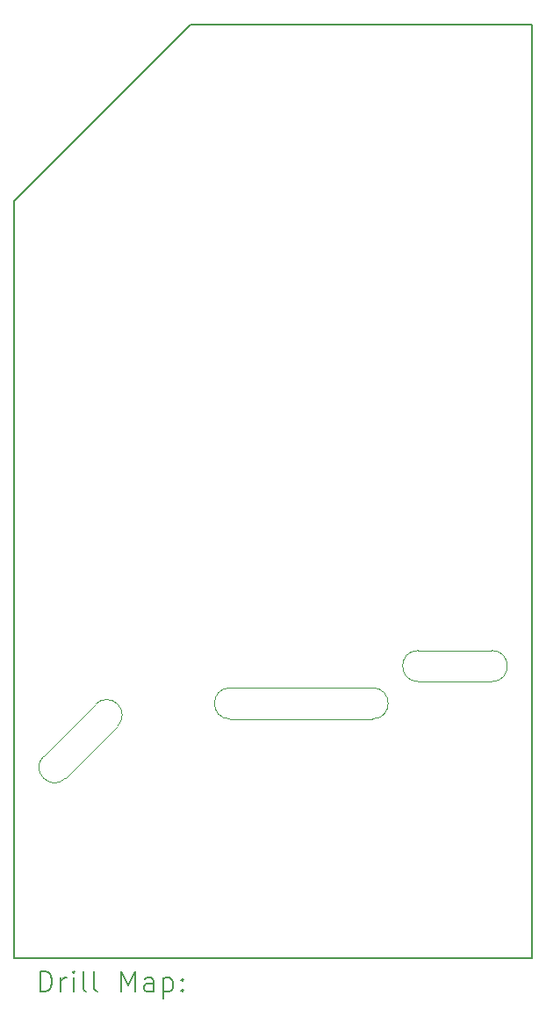
<source format=gbr>
%TF.GenerationSoftware,KiCad,Pcbnew,7.0.11-7.0.11~ubuntu22.04.1*%
%TF.CreationDate,2024-03-11T04:50:14+03:00*%
%TF.ProjectId,MSConn,4d53436f-6e6e-42e6-9b69-6361645f7063,rev?*%
%TF.SameCoordinates,PX5f5e100PY5f5e100*%
%TF.FileFunction,Drillmap*%
%TF.FilePolarity,Positive*%
%FSLAX45Y45*%
G04 Gerber Fmt 4.5, Leading zero omitted, Abs format (unit mm)*
G04 Created by KiCad (PCBNEW 7.0.11-7.0.11~ubuntu22.04.1) date 2024-03-11 04:50:14*
%MOMM*%
%LPD*%
G01*
G04 APERTURE LIST*
%ADD10C,0.100000*%
%ADD11C,0.160000*%
%ADD12C,0.200000*%
G04 APERTURE END LIST*
D10*
X3900000Y2970000D02*
X4610000Y2970000D01*
D11*
X5000000Y0D02*
X0Y0D01*
D10*
X2085000Y2310000D02*
X3460000Y2310000D01*
D11*
X1700000Y9000000D02*
X5000000Y9000000D01*
X0Y7300000D02*
X0Y0D01*
D10*
X286845Y1951109D02*
X788891Y2453155D01*
X3460000Y2310000D02*
G75*
G03*
X3460000Y2610000I0J150000D01*
G01*
D11*
X5000000Y9000000D02*
X5000000Y0D01*
D10*
X4610000Y2670000D02*
G75*
G03*
X4610000Y2970000I0J150000D01*
G01*
X2085000Y2610000D02*
X3460000Y2610000D01*
D11*
X1700000Y9000000D02*
X0Y7300000D01*
D10*
X1001023Y2241023D02*
G75*
G03*
X788891Y2453155I-106066J106066D01*
G01*
X3900000Y2970000D02*
G75*
G03*
X3900000Y2670000I0J-150000D01*
G01*
X286845Y1951109D02*
G75*
G03*
X498977Y1738977I106066J-106066D01*
G01*
X2085000Y2610000D02*
G75*
G03*
X2085000Y2310000I0J-150000D01*
G01*
X3900000Y2670000D02*
X4610000Y2670000D01*
X498977Y1738977D02*
X1001023Y2241023D01*
D12*
X252777Y-319484D02*
X252777Y-119484D01*
X252777Y-119484D02*
X300396Y-119484D01*
X300396Y-119484D02*
X328967Y-129008D01*
X328967Y-129008D02*
X348015Y-148055D01*
X348015Y-148055D02*
X357539Y-167103D01*
X357539Y-167103D02*
X367062Y-205198D01*
X367062Y-205198D02*
X367062Y-233769D01*
X367062Y-233769D02*
X357539Y-271865D01*
X357539Y-271865D02*
X348015Y-290912D01*
X348015Y-290912D02*
X328967Y-309960D01*
X328967Y-309960D02*
X300396Y-319484D01*
X300396Y-319484D02*
X252777Y-319484D01*
X452777Y-319484D02*
X452777Y-186150D01*
X452777Y-224246D02*
X462301Y-205198D01*
X462301Y-205198D02*
X471824Y-195674D01*
X471824Y-195674D02*
X490872Y-186150D01*
X490872Y-186150D02*
X509920Y-186150D01*
X576586Y-319484D02*
X576586Y-186150D01*
X576586Y-119484D02*
X567063Y-129008D01*
X567063Y-129008D02*
X576586Y-138531D01*
X576586Y-138531D02*
X586110Y-129008D01*
X586110Y-129008D02*
X576586Y-119484D01*
X576586Y-119484D02*
X576586Y-138531D01*
X700396Y-319484D02*
X681348Y-309960D01*
X681348Y-309960D02*
X671824Y-290912D01*
X671824Y-290912D02*
X671824Y-119484D01*
X805158Y-319484D02*
X786110Y-309960D01*
X786110Y-309960D02*
X776586Y-290912D01*
X776586Y-290912D02*
X776586Y-119484D01*
X1033729Y-319484D02*
X1033729Y-119484D01*
X1033729Y-119484D02*
X1100396Y-262341D01*
X1100396Y-262341D02*
X1167063Y-119484D01*
X1167063Y-119484D02*
X1167063Y-319484D01*
X1348015Y-319484D02*
X1348015Y-214722D01*
X1348015Y-214722D02*
X1338491Y-195674D01*
X1338491Y-195674D02*
X1319444Y-186150D01*
X1319444Y-186150D02*
X1281348Y-186150D01*
X1281348Y-186150D02*
X1262301Y-195674D01*
X1348015Y-309960D02*
X1328967Y-319484D01*
X1328967Y-319484D02*
X1281348Y-319484D01*
X1281348Y-319484D02*
X1262301Y-309960D01*
X1262301Y-309960D02*
X1252777Y-290912D01*
X1252777Y-290912D02*
X1252777Y-271865D01*
X1252777Y-271865D02*
X1262301Y-252817D01*
X1262301Y-252817D02*
X1281348Y-243293D01*
X1281348Y-243293D02*
X1328967Y-243293D01*
X1328967Y-243293D02*
X1348015Y-233769D01*
X1443253Y-186150D02*
X1443253Y-386150D01*
X1443253Y-195674D02*
X1462301Y-186150D01*
X1462301Y-186150D02*
X1500396Y-186150D01*
X1500396Y-186150D02*
X1519443Y-195674D01*
X1519443Y-195674D02*
X1528967Y-205198D01*
X1528967Y-205198D02*
X1538491Y-224246D01*
X1538491Y-224246D02*
X1538491Y-281389D01*
X1538491Y-281389D02*
X1528967Y-300436D01*
X1528967Y-300436D02*
X1519443Y-309960D01*
X1519443Y-309960D02*
X1500396Y-319484D01*
X1500396Y-319484D02*
X1462301Y-319484D01*
X1462301Y-319484D02*
X1443253Y-309960D01*
X1624205Y-300436D02*
X1633729Y-309960D01*
X1633729Y-309960D02*
X1624205Y-319484D01*
X1624205Y-319484D02*
X1614682Y-309960D01*
X1614682Y-309960D02*
X1624205Y-300436D01*
X1624205Y-300436D02*
X1624205Y-319484D01*
X1624205Y-195674D02*
X1633729Y-205198D01*
X1633729Y-205198D02*
X1624205Y-214722D01*
X1624205Y-214722D02*
X1614682Y-205198D01*
X1614682Y-205198D02*
X1624205Y-195674D01*
X1624205Y-195674D02*
X1624205Y-214722D01*
M02*

</source>
